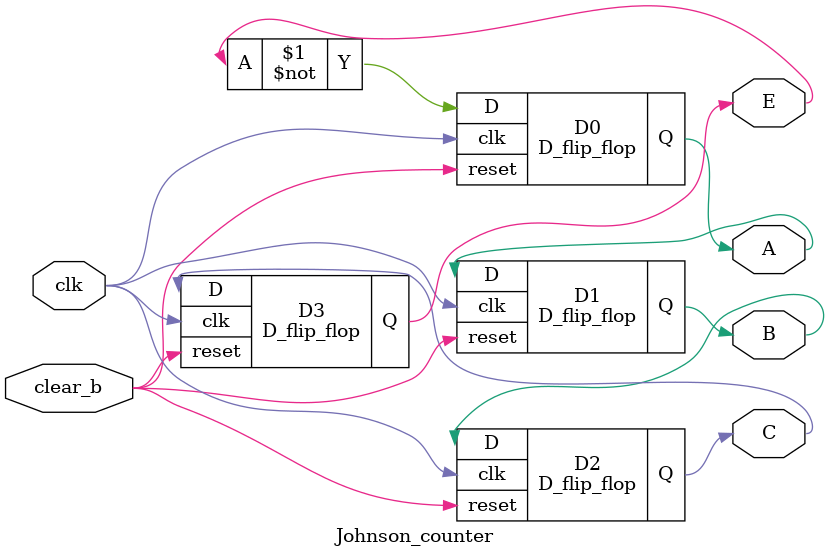
<source format=v>
module D_flip_flop(Q,D,clk,reset);
	output reg Q;
	input D,clk,reset;
	always@(posedge clk,negedge reset)
		if(reset==0) Q<=0;
		else  Q<=D;
endmodule

module Johnson_counter(
	output A,B,C,E,
	input clk,clear_b
	);
	D_flip_flop D0(A,~E,clk,clear_b);
	D_flip_flop D1(B,A,clk,clear_b);
	D_flip_flop D2(C,B,clk,clear_b);
	D_flip_flop D3(E,C,clk,clear_b);
endmodule

</source>
